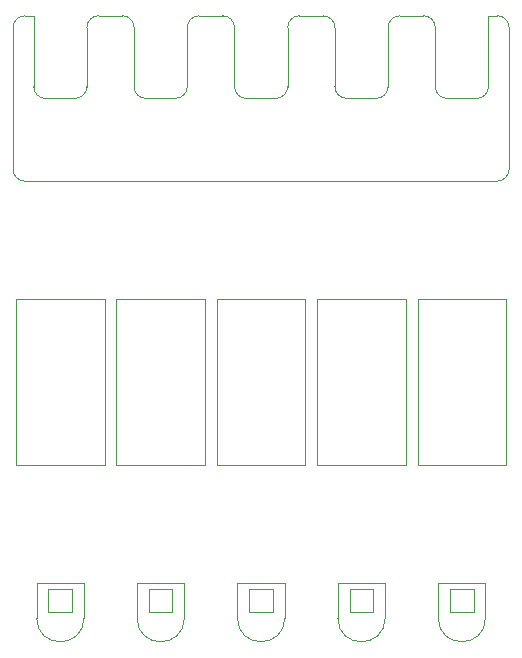
<source format=gbr>
G04 #@! TF.GenerationSoftware,KiCad,Pcbnew,7.0.9-7.0.9~ubuntu22.04.1*
G04 #@! TF.CreationDate,2023-12-30T14:42:10+00:00*
G04 #@! TF.ProjectId,DRY_FLEX_V1,4452595f-464c-4455-985f-56312e6b6963,rev?*
G04 #@! TF.SameCoordinates,Original*
G04 #@! TF.FileFunction,Other,User*
%FSLAX46Y46*%
G04 Gerber Fmt 4.6, Leading zero omitted, Abs format (unit mm)*
G04 Created by KiCad (PCBNEW 7.0.9-7.0.9~ubuntu22.04.1) date 2023-12-30 14:42:10*
%MOMM*%
%LPD*%
G01*
G04 APERTURE LIST*
%ADD10C,0.100000*%
G04 APERTURE END LIST*
D10*
X106250000Y-99000000D02*
X106250000Y-94000000D01*
X85000000Y-141000000D02*
X85000000Y-144000000D01*
X106500000Y-141000000D02*
X110500000Y-141000000D01*
X101250000Y-100000000D02*
G75*
G03*
X102250000Y-99000000I0J1000000D01*
G01*
X80750000Y-99000000D02*
G75*
G03*
X81750000Y-100000000I1000000J0D01*
G01*
X81000000Y-144000000D02*
X81000000Y-141000000D01*
X103250000Y-93000000D02*
G75*
G03*
X102250000Y-94000000I0J-1000000D01*
G01*
X106250000Y-99000000D02*
G75*
G03*
X107250000Y-100000000I1000000J0D01*
G01*
X81000000Y-141000000D02*
X85000000Y-141000000D01*
X96750000Y-93000000D02*
X94750000Y-93000000D01*
X93750000Y-94000000D02*
X93750000Y-99000000D01*
X94750000Y-93000000D02*
G75*
G03*
X93750000Y-94000000I0J-1000000D01*
G01*
X97750000Y-99000000D02*
G75*
G03*
X98750000Y-100000000I1000000J0D01*
G01*
X80750000Y-93000000D02*
X80000000Y-93000000D01*
X111750000Y-93000000D02*
G75*
G03*
X110750000Y-94000000I0J-1000000D01*
G01*
X93500000Y-141000000D02*
X93500000Y-144000000D01*
X89250000Y-99000000D02*
X89250000Y-94000000D01*
X89500000Y-144000000D02*
G75*
G03*
X93500000Y-144000000I2000000J0D01*
G01*
X89500000Y-141000000D02*
X93500000Y-141000000D01*
X102000000Y-141000000D02*
X102000000Y-144000000D01*
X121000000Y-106000000D02*
X121000000Y-94000000D01*
X92750000Y-100000000D02*
G75*
G03*
X93750000Y-99000000I0J1000000D01*
G01*
X80000000Y-107000000D02*
X120000000Y-107000000D01*
X98000000Y-144000000D02*
G75*
G03*
X102000000Y-144000000I2000000J0D01*
G01*
X114750000Y-99000000D02*
X114750000Y-94000000D01*
X85250000Y-94000000D02*
X85250000Y-99000000D01*
X119250000Y-93000000D02*
X119250000Y-99000000D01*
X97750000Y-94000000D02*
G75*
G03*
X96750000Y-93000000I-1000000J0D01*
G01*
X107500000Y-141500000D02*
X109500000Y-141500000D01*
X109500000Y-143500000D01*
X107500000Y-143500000D01*
X107500000Y-141500000D01*
X98000000Y-141000000D02*
X102000000Y-141000000D01*
X120000000Y-93000000D02*
X119250000Y-93000000D01*
X89250000Y-99000000D02*
G75*
G03*
X90250000Y-100000000I1000000J0D01*
G01*
X90500000Y-141500000D02*
X92500000Y-141500000D01*
X92500000Y-143500000D01*
X90500000Y-143500000D01*
X90500000Y-141500000D01*
X87750000Y-117000000D02*
X95250000Y-117000000D01*
X95250000Y-131000000D01*
X87750000Y-131000000D01*
X87750000Y-117000000D01*
X114750000Y-94000000D02*
G75*
G03*
X113750000Y-93000000I-1000000J0D01*
G01*
X109750000Y-100000000D02*
X107250000Y-100000000D01*
X84250000Y-100000000D02*
X81750000Y-100000000D01*
X106500000Y-144000000D02*
G75*
G03*
X110500000Y-144000000I2000000J0D01*
G01*
X80000000Y-93000000D02*
G75*
G03*
X79000000Y-94000000I0J-1000000D01*
G01*
X79000000Y-106000000D02*
G75*
G03*
X80000000Y-107000000I1000000J0D01*
G01*
X116000000Y-141500000D02*
X118000000Y-141500000D01*
X118000000Y-143500000D01*
X116000000Y-143500000D01*
X116000000Y-141500000D01*
X119000000Y-141000000D02*
X119000000Y-144000000D01*
X82000000Y-141500000D02*
X84000000Y-141500000D01*
X84000000Y-143500000D01*
X82000000Y-143500000D01*
X82000000Y-141500000D01*
X89250000Y-94000000D02*
G75*
G03*
X88250000Y-93000000I-1000000J0D01*
G01*
X102250000Y-94000000D02*
X102250000Y-99000000D01*
X114750000Y-99000000D02*
G75*
G03*
X115750000Y-100000000I1000000J0D01*
G01*
X113250000Y-117000000D02*
X120750000Y-117000000D01*
X120750000Y-131000000D01*
X113250000Y-131000000D01*
X113250000Y-117000000D01*
X89500000Y-144000000D02*
X89500000Y-141000000D01*
X113750000Y-93000000D02*
X111750000Y-93000000D01*
X97750000Y-99000000D02*
X97750000Y-94000000D01*
X105250000Y-93000000D02*
X103250000Y-93000000D01*
X104750000Y-117000000D02*
X112250000Y-117000000D01*
X112250000Y-131000000D01*
X104750000Y-131000000D01*
X104750000Y-117000000D01*
X106250000Y-94000000D02*
G75*
G03*
X105250000Y-93000000I-1000000J0D01*
G01*
X79250000Y-117000000D02*
X86750000Y-117000000D01*
X86750000Y-131000000D01*
X79250000Y-131000000D01*
X79250000Y-117000000D01*
X106500000Y-144000000D02*
X106500000Y-141000000D01*
X86250000Y-93000000D02*
G75*
G03*
X85250000Y-94000000I0J-1000000D01*
G01*
X118250000Y-100000000D02*
G75*
G03*
X119250000Y-99000000I0J1000000D01*
G01*
X92750000Y-100000000D02*
X90250000Y-100000000D01*
X115000000Y-144000000D02*
G75*
G03*
X119000000Y-144000000I2000000J0D01*
G01*
X80750000Y-99000000D02*
X80750000Y-93000000D01*
X115000000Y-144000000D02*
X115000000Y-141000000D01*
X121000000Y-94000000D02*
G75*
G03*
X120000000Y-93000000I-1000000J0D01*
G01*
X81000000Y-144000000D02*
G75*
G03*
X85000000Y-144000000I2000000J0D01*
G01*
X88250000Y-93000000D02*
X86250000Y-93000000D01*
X110500000Y-141000000D02*
X110500000Y-144000000D01*
X84250000Y-100000000D02*
G75*
G03*
X85250000Y-99000000I0J1000000D01*
G01*
X98000000Y-144000000D02*
X98000000Y-141000000D01*
X120000000Y-107000000D02*
G75*
G03*
X121000000Y-106000000I0J1000000D01*
G01*
X109750000Y-100000000D02*
G75*
G03*
X110750000Y-99000000I0J1000000D01*
G01*
X96250000Y-117000000D02*
X103750000Y-117000000D01*
X103750000Y-131000000D01*
X96250000Y-131000000D01*
X96250000Y-117000000D01*
X99000000Y-141500000D02*
X101000000Y-141500000D01*
X101000000Y-143500000D01*
X99000000Y-143500000D01*
X99000000Y-141500000D01*
X110750000Y-94000000D02*
X110750000Y-99000000D01*
X118250000Y-100000000D02*
X115750000Y-100000000D01*
X79000000Y-94000000D02*
X79000000Y-106000000D01*
X115000000Y-141000000D02*
X119000000Y-141000000D01*
X101250000Y-100000000D02*
X98750000Y-100000000D01*
M02*

</source>
